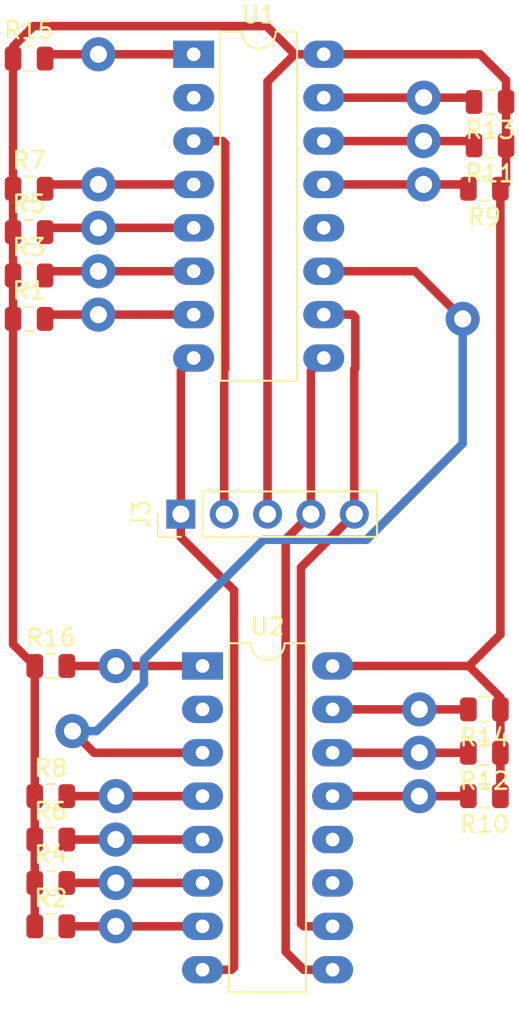
<source format=kicad_pcb>
(kicad_pcb (version 20171130) (host pcbnew 5.1.5)

  (general
    (thickness 1.6)
    (drawings 0)
    (tracks 128)
    (zones 0)
    (modules 19)
    (nets 28)
  )

  (page A4)
  (layers
    (0 F.Cu signal)
    (31 B.Cu signal)
    (32 B.Adhes user)
    (33 F.Adhes user)
    (34 B.Paste user)
    (35 F.Paste user)
    (36 B.SilkS user)
    (37 F.SilkS user)
    (38 B.Mask user)
    (39 F.Mask user)
    (40 Dwgs.User user)
    (41 Cmts.User user)
    (42 Eco1.User user)
    (43 Eco2.User user)
    (44 Edge.Cuts user)
    (45 Margin user)
    (46 B.CrtYd user)
    (47 F.CrtYd user)
    (48 B.Fab user)
    (49 F.Fab user)
  )

  (setup
    (last_trace_width 0.5)
    (trace_clearance 0.4)
    (zone_clearance 0.508)
    (zone_45_only no)
    (trace_min 0.2)
    (via_size 2)
    (via_drill 1)
    (via_min_size 0.4)
    (via_min_drill 0.3)
    (uvia_size 0.3)
    (uvia_drill 0.1)
    (uvias_allowed no)
    (uvia_min_size 0.2)
    (uvia_min_drill 0.1)
    (edge_width 0.05)
    (segment_width 0.2)
    (pcb_text_width 0.3)
    (pcb_text_size 1.5 1.5)
    (mod_edge_width 0.12)
    (mod_text_size 1 1)
    (mod_text_width 0.15)
    (pad_size 1.524 1.524)
    (pad_drill 0.762)
    (pad_to_mask_clearance 0.051)
    (solder_mask_min_width 0.25)
    (aux_axis_origin 0 0)
    (visible_elements FFFFFF7F)
    (pcbplotparams
      (layerselection 0x00000_7fffffff)
      (usegerberextensions false)
      (usegerberattributes false)
      (usegerberadvancedattributes false)
      (creategerberjobfile false)
      (excludeedgelayer true)
      (linewidth 0.100000)
      (plotframeref false)
      (viasonmask false)
      (mode 1)
      (useauxorigin false)
      (hpglpennumber 1)
      (hpglpenspeed 20)
      (hpglpendiameter 15.000000)
      (psnegative false)
      (psa4output false)
      (plotreference true)
      (plotvalue true)
      (plotinvisibletext false)
      (padsonsilk false)
      (subtractmaskfromsilk false)
      (outputformat 1)
      (mirror false)
      (drillshape 0)
      (scaleselection 1)
      (outputdirectory ""))
  )

  (net 0 "")
  (net 1 "Net-(J3-Pad5)")
  (net 2 "Net-(J3-Pad4)")
  (net 3 VCC)
  (net 4 "Net-(J3-Pad2)")
  (net 5 GND)
  (net 6 "Net-(J1-Pad8)")
  (net 7 "Net-(J2-Pad8)")
  (net 8 "Net-(J1-Pad7)")
  (net 9 "Net-(J2-Pad7)")
  (net 10 "Net-(J1-Pad6)")
  (net 11 "Net-(J2-Pad6)")
  (net 12 "Net-(J1-Pad5)")
  (net 13 "Net-(J2-Pad5)")
  (net 14 "Net-(J1-Pad4)")
  (net 15 "Net-(J2-Pad4)")
  (net 16 "Net-(J1-Pad3)")
  (net 17 "Net-(J2-Pad3)")
  (net 18 "Net-(J1-Pad2)")
  (net 19 "Net-(J2-Pad2)")
  (net 20 "Net-(J1-Pad1)")
  (net 21 "Net-(J2-Pad1)")
  (net 22 "Net-(U1-Pad12)")
  (net 23 "Net-(U1-Pad11)")
  (net 24 "Net-(U1-Pad2)")
  (net 25 "Net-(U2-Pad12)")
  (net 26 "Net-(U2-Pad2)")
  (net 27 "Net-(U2-Pad11)")

  (net_class Default "This is the default net class."
    (clearance 0.4)
    (trace_width 0.5)
    (via_dia 2)
    (via_drill 1)
    (uvia_dia 0.3)
    (uvia_drill 0.1)
    (add_net GND)
    (add_net "Net-(J1-Pad1)")
    (add_net "Net-(J1-Pad2)")
    (add_net "Net-(J1-Pad3)")
    (add_net "Net-(J1-Pad4)")
    (add_net "Net-(J1-Pad5)")
    (add_net "Net-(J1-Pad6)")
    (add_net "Net-(J1-Pad7)")
    (add_net "Net-(J1-Pad8)")
    (add_net "Net-(J2-Pad1)")
    (add_net "Net-(J2-Pad2)")
    (add_net "Net-(J2-Pad3)")
    (add_net "Net-(J2-Pad4)")
    (add_net "Net-(J2-Pad5)")
    (add_net "Net-(J2-Pad6)")
    (add_net "Net-(J2-Pad7)")
    (add_net "Net-(J2-Pad8)")
    (add_net "Net-(J3-Pad2)")
    (add_net "Net-(J3-Pad4)")
    (add_net "Net-(J3-Pad5)")
    (add_net "Net-(U1-Pad11)")
    (add_net "Net-(U1-Pad12)")
    (add_net "Net-(U1-Pad2)")
    (add_net "Net-(U2-Pad11)")
    (add_net "Net-(U2-Pad12)")
    (add_net "Net-(U2-Pad2)")
    (add_net VCC)
  )

  (module Package_DIP:DIP-16_W7.62mm_LongPads (layer F.Cu) (tedit 5A02E8C5) (tstamp 5EA7001A)
    (at 70.6 61.98)
    (descr "16-lead though-hole mounted DIP package, row spacing 7.62 mm (300 mils), LongPads")
    (tags "THT DIP DIL PDIP 2.54mm 7.62mm 300mil LongPads")
    (path /5EA61E78)
    (fp_text reference U1 (at 3.81 -2.33) (layer F.SilkS)
      (effects (font (size 1 1) (thickness 0.15)))
    )
    (fp_text value 4021 (at 3.81 20.11) (layer F.Fab)
      (effects (font (size 1 1) (thickness 0.15)))
    )
    (fp_text user %R (at 3.81 8.89) (layer F.Fab)
      (effects (font (size 1 1) (thickness 0.15)))
    )
    (fp_line (start 9.1 -1.55) (end -1.45 -1.55) (layer F.CrtYd) (width 0.05))
    (fp_line (start 9.1 19.3) (end 9.1 -1.55) (layer F.CrtYd) (width 0.05))
    (fp_line (start -1.45 19.3) (end 9.1 19.3) (layer F.CrtYd) (width 0.05))
    (fp_line (start -1.45 -1.55) (end -1.45 19.3) (layer F.CrtYd) (width 0.05))
    (fp_line (start 6.06 -1.33) (end 4.81 -1.33) (layer F.SilkS) (width 0.12))
    (fp_line (start 6.06 19.11) (end 6.06 -1.33) (layer F.SilkS) (width 0.12))
    (fp_line (start 1.56 19.11) (end 6.06 19.11) (layer F.SilkS) (width 0.12))
    (fp_line (start 1.56 -1.33) (end 1.56 19.11) (layer F.SilkS) (width 0.12))
    (fp_line (start 2.81 -1.33) (end 1.56 -1.33) (layer F.SilkS) (width 0.12))
    (fp_line (start 0.635 -0.27) (end 1.635 -1.27) (layer F.Fab) (width 0.1))
    (fp_line (start 0.635 19.05) (end 0.635 -0.27) (layer F.Fab) (width 0.1))
    (fp_line (start 6.985 19.05) (end 0.635 19.05) (layer F.Fab) (width 0.1))
    (fp_line (start 6.985 -1.27) (end 6.985 19.05) (layer F.Fab) (width 0.1))
    (fp_line (start 1.635 -1.27) (end 6.985 -1.27) (layer F.Fab) (width 0.1))
    (fp_arc (start 3.81 -1.33) (end 2.81 -1.33) (angle -180) (layer F.SilkS) (width 0.12))
    (pad 16 thru_hole oval (at 7.62 0) (size 2.4 1.6) (drill 0.8) (layers *.Cu *.Mask)
      (net 3 VCC))
    (pad 8 thru_hole oval (at 0 17.78) (size 2.4 1.6) (drill 0.8) (layers *.Cu *.Mask)
      (net 5 GND))
    (pad 15 thru_hole oval (at 7.62 2.54) (size 2.4 1.6) (drill 0.8) (layers *.Cu *.Mask)
      (net 18 "Net-(J1-Pad2)"))
    (pad 7 thru_hole oval (at 0 15.24) (size 2.4 1.6) (drill 0.8) (layers *.Cu *.Mask)
      (net 6 "Net-(J1-Pad8)"))
    (pad 14 thru_hole oval (at 7.62 5.08) (size 2.4 1.6) (drill 0.8) (layers *.Cu *.Mask)
      (net 16 "Net-(J1-Pad3)"))
    (pad 6 thru_hole oval (at 0 12.7) (size 2.4 1.6) (drill 0.8) (layers *.Cu *.Mask)
      (net 8 "Net-(J1-Pad7)"))
    (pad 13 thru_hole oval (at 7.62 7.62) (size 2.4 1.6) (drill 0.8) (layers *.Cu *.Mask)
      (net 14 "Net-(J1-Pad4)"))
    (pad 5 thru_hole oval (at 0 10.16) (size 2.4 1.6) (drill 0.8) (layers *.Cu *.Mask)
      (net 10 "Net-(J1-Pad6)"))
    (pad 12 thru_hole oval (at 7.62 10.16) (size 2.4 1.6) (drill 0.8) (layers *.Cu *.Mask)
      (net 22 "Net-(U1-Pad12)"))
    (pad 4 thru_hole oval (at 0 7.62) (size 2.4 1.6) (drill 0.8) (layers *.Cu *.Mask)
      (net 12 "Net-(J1-Pad5)"))
    (pad 11 thru_hole oval (at 7.62 12.7) (size 2.4 1.6) (drill 0.8) (layers *.Cu *.Mask)
      (net 23 "Net-(U1-Pad11)"))
    (pad 3 thru_hole oval (at 0 5.08) (size 2.4 1.6) (drill 0.8) (layers *.Cu *.Mask)
      (net 4 "Net-(J3-Pad2)"))
    (pad 10 thru_hole oval (at 7.62 15.24) (size 2.4 1.6) (drill 0.8) (layers *.Cu *.Mask)
      (net 1 "Net-(J3-Pad5)"))
    (pad 2 thru_hole oval (at 0 2.54) (size 2.4 1.6) (drill 0.8) (layers *.Cu *.Mask)
      (net 24 "Net-(U1-Pad2)"))
    (pad 9 thru_hole oval (at 7.62 17.78) (size 2.4 1.6) (drill 0.8) (layers *.Cu *.Mask)
      (net 2 "Net-(J3-Pad4)"))
    (pad 1 thru_hole rect (at 0 0) (size 2.4 1.6) (drill 0.8) (layers *.Cu *.Mask)
      (net 20 "Net-(J1-Pad1)"))
    (model ${KISYS3DMOD}/Package_DIP.3dshapes/DIP-16_W7.62mm.wrl
      (at (xyz 0 0 0))
      (scale (xyz 1 1 1))
      (rotate (xyz 0 0 0))
    )
  )

  (module Package_DIP:DIP-16_W7.62mm_LongPads (layer F.Cu) (tedit 5A02E8C5) (tstamp 5EA70389)
    (at 71.12 97.79)
    (descr "16-lead though-hole mounted DIP package, row spacing 7.62 mm (300 mils), LongPads")
    (tags "THT DIP DIL PDIP 2.54mm 7.62mm 300mil LongPads")
    (path /5EA62BB7)
    (fp_text reference U2 (at 3.81 -2.33) (layer F.SilkS)
      (effects (font (size 1 1) (thickness 0.15)))
    )
    (fp_text value 4021 (at 3.81 20.11) (layer F.Fab)
      (effects (font (size 1 1) (thickness 0.15)))
    )
    (fp_text user %R (at 3.81 8.89) (layer F.Fab)
      (effects (font (size 1 1) (thickness 0.15)))
    )
    (fp_line (start 9.1 -1.55) (end -1.45 -1.55) (layer F.CrtYd) (width 0.05))
    (fp_line (start 9.1 19.3) (end 9.1 -1.55) (layer F.CrtYd) (width 0.05))
    (fp_line (start -1.45 19.3) (end 9.1 19.3) (layer F.CrtYd) (width 0.05))
    (fp_line (start -1.45 -1.55) (end -1.45 19.3) (layer F.CrtYd) (width 0.05))
    (fp_line (start 6.06 -1.33) (end 4.81 -1.33) (layer F.SilkS) (width 0.12))
    (fp_line (start 6.06 19.11) (end 6.06 -1.33) (layer F.SilkS) (width 0.12))
    (fp_line (start 1.56 19.11) (end 6.06 19.11) (layer F.SilkS) (width 0.12))
    (fp_line (start 1.56 -1.33) (end 1.56 19.11) (layer F.SilkS) (width 0.12))
    (fp_line (start 2.81 -1.33) (end 1.56 -1.33) (layer F.SilkS) (width 0.12))
    (fp_line (start 0.635 -0.27) (end 1.635 -1.27) (layer F.Fab) (width 0.1))
    (fp_line (start 0.635 19.05) (end 0.635 -0.27) (layer F.Fab) (width 0.1))
    (fp_line (start 6.985 19.05) (end 0.635 19.05) (layer F.Fab) (width 0.1))
    (fp_line (start 6.985 -1.27) (end 6.985 19.05) (layer F.Fab) (width 0.1))
    (fp_line (start 1.635 -1.27) (end 6.985 -1.27) (layer F.Fab) (width 0.1))
    (fp_arc (start 3.81 -1.33) (end 2.81 -1.33) (angle -180) (layer F.SilkS) (width 0.12))
    (pad 16 thru_hole oval (at 7.62 0) (size 2.4 1.6) (drill 0.8) (layers *.Cu *.Mask)
      (net 3 VCC))
    (pad 8 thru_hole oval (at 0 17.78) (size 2.4 1.6) (drill 0.8) (layers *.Cu *.Mask)
      (net 5 GND))
    (pad 15 thru_hole oval (at 7.62 2.54) (size 2.4 1.6) (drill 0.8) (layers *.Cu *.Mask)
      (net 19 "Net-(J2-Pad2)"))
    (pad 7 thru_hole oval (at 0 15.24) (size 2.4 1.6) (drill 0.8) (layers *.Cu *.Mask)
      (net 7 "Net-(J2-Pad8)"))
    (pad 14 thru_hole oval (at 7.62 5.08) (size 2.4 1.6) (drill 0.8) (layers *.Cu *.Mask)
      (net 17 "Net-(J2-Pad3)"))
    (pad 6 thru_hole oval (at 0 12.7) (size 2.4 1.6) (drill 0.8) (layers *.Cu *.Mask)
      (net 9 "Net-(J2-Pad7)"))
    (pad 13 thru_hole oval (at 7.62 7.62) (size 2.4 1.6) (drill 0.8) (layers *.Cu *.Mask)
      (net 15 "Net-(J2-Pad4)"))
    (pad 5 thru_hole oval (at 0 10.16) (size 2.4 1.6) (drill 0.8) (layers *.Cu *.Mask)
      (net 11 "Net-(J2-Pad6)"))
    (pad 12 thru_hole oval (at 7.62 10.16) (size 2.4 1.6) (drill 0.8) (layers *.Cu *.Mask)
      (net 25 "Net-(U2-Pad12)"))
    (pad 4 thru_hole oval (at 0 7.62) (size 2.4 1.6) (drill 0.8) (layers *.Cu *.Mask)
      (net 13 "Net-(J2-Pad5)"))
    (pad 11 thru_hole oval (at 7.62 12.7) (size 2.4 1.6) (drill 0.8) (layers *.Cu *.Mask)
      (net 27 "Net-(U2-Pad11)"))
    (pad 3 thru_hole oval (at 0 5.08) (size 2.4 1.6) (drill 0.8) (layers *.Cu *.Mask)
      (net 23 "Net-(U1-Pad11)"))
    (pad 10 thru_hole oval (at 7.62 15.24) (size 2.4 1.6) (drill 0.8) (layers *.Cu *.Mask)
      (net 1 "Net-(J3-Pad5)"))
    (pad 2 thru_hole oval (at 0 2.54) (size 2.4 1.6) (drill 0.8) (layers *.Cu *.Mask)
      (net 26 "Net-(U2-Pad2)"))
    (pad 9 thru_hole oval (at 7.62 17.78) (size 2.4 1.6) (drill 0.8) (layers *.Cu *.Mask)
      (net 2 "Net-(J3-Pad4)"))
    (pad 1 thru_hole rect (at 0 0) (size 2.4 1.6) (drill 0.8) (layers *.Cu *.Mask)
      (net 21 "Net-(J2-Pad1)"))
    (model ${KISYS3DMOD}/Package_DIP.3dshapes/DIP-16_W7.62mm.wrl
      (at (xyz 0 0 0))
      (scale (xyz 1 1 1))
      (rotate (xyz 0 0 0))
    )
  )

  (module Resistor_SMD:R_0805_2012Metric (layer F.Cu) (tedit 5B36C52B) (tstamp 5EA6FFF6)
    (at 62.23 97.79)
    (descr "Resistor SMD 0805 (2012 Metric), square (rectangular) end terminal, IPC_7351 nominal, (Body size source: https://docs.google.com/spreadsheets/d/1BsfQQcO9C6DZCsRaXUlFlo91Tg2WpOkGARC1WS5S8t0/edit?usp=sharing), generated with kicad-footprint-generator")
    (tags resistor)
    (path /5EA95779)
    (attr smd)
    (fp_text reference R16 (at 0 -1.65) (layer F.SilkS)
      (effects (font (size 1 1) (thickness 0.15)))
    )
    (fp_text value R (at 0 1.65) (layer F.Fab)
      (effects (font (size 1 1) (thickness 0.15)))
    )
    (fp_text user %R (at 0 0) (layer F.Fab)
      (effects (font (size 0.5 0.5) (thickness 0.08)))
    )
    (fp_line (start 1.68 0.95) (end -1.68 0.95) (layer F.CrtYd) (width 0.05))
    (fp_line (start 1.68 -0.95) (end 1.68 0.95) (layer F.CrtYd) (width 0.05))
    (fp_line (start -1.68 -0.95) (end 1.68 -0.95) (layer F.CrtYd) (width 0.05))
    (fp_line (start -1.68 0.95) (end -1.68 -0.95) (layer F.CrtYd) (width 0.05))
    (fp_line (start -0.258578 0.71) (end 0.258578 0.71) (layer F.SilkS) (width 0.12))
    (fp_line (start -0.258578 -0.71) (end 0.258578 -0.71) (layer F.SilkS) (width 0.12))
    (fp_line (start 1 0.6) (end -1 0.6) (layer F.Fab) (width 0.1))
    (fp_line (start 1 -0.6) (end 1 0.6) (layer F.Fab) (width 0.1))
    (fp_line (start -1 -0.6) (end 1 -0.6) (layer F.Fab) (width 0.1))
    (fp_line (start -1 0.6) (end -1 -0.6) (layer F.Fab) (width 0.1))
    (pad 2 smd roundrect (at 0.9375 0) (size 0.975 1.4) (layers F.Cu F.Paste F.Mask) (roundrect_rratio 0.25)
      (net 21 "Net-(J2-Pad1)"))
    (pad 1 smd roundrect (at -0.9375 0) (size 0.975 1.4) (layers F.Cu F.Paste F.Mask) (roundrect_rratio 0.25)
      (net 3 VCC))
    (model ${KISYS3DMOD}/Resistor_SMD.3dshapes/R_0805_2012Metric.wrl
      (at (xyz 0 0 0))
      (scale (xyz 1 1 1))
      (rotate (xyz 0 0 0))
    )
  )

  (module Resistor_SMD:R_0805_2012Metric (layer F.Cu) (tedit 5B36C52B) (tstamp 5EA6FFE5)
    (at 60.96 62.23)
    (descr "Resistor SMD 0805 (2012 Metric), square (rectangular) end terminal, IPC_7351 nominal, (Body size source: https://docs.google.com/spreadsheets/d/1BsfQQcO9C6DZCsRaXUlFlo91Tg2WpOkGARC1WS5S8t0/edit?usp=sharing), generated with kicad-footprint-generator")
    (tags resistor)
    (path /5EA7F455)
    (attr smd)
    (fp_text reference R15 (at 0 -1.65) (layer F.SilkS)
      (effects (font (size 1 1) (thickness 0.15)))
    )
    (fp_text value R (at 0 1.65) (layer F.Fab)
      (effects (font (size 1 1) (thickness 0.15)))
    )
    (fp_text user %R (at 0 0) (layer F.Fab)
      (effects (font (size 0.5 0.5) (thickness 0.08)))
    )
    (fp_line (start 1.68 0.95) (end -1.68 0.95) (layer F.CrtYd) (width 0.05))
    (fp_line (start 1.68 -0.95) (end 1.68 0.95) (layer F.CrtYd) (width 0.05))
    (fp_line (start -1.68 -0.95) (end 1.68 -0.95) (layer F.CrtYd) (width 0.05))
    (fp_line (start -1.68 0.95) (end -1.68 -0.95) (layer F.CrtYd) (width 0.05))
    (fp_line (start -0.258578 0.71) (end 0.258578 0.71) (layer F.SilkS) (width 0.12))
    (fp_line (start -0.258578 -0.71) (end 0.258578 -0.71) (layer F.SilkS) (width 0.12))
    (fp_line (start 1 0.6) (end -1 0.6) (layer F.Fab) (width 0.1))
    (fp_line (start 1 -0.6) (end 1 0.6) (layer F.Fab) (width 0.1))
    (fp_line (start -1 -0.6) (end 1 -0.6) (layer F.Fab) (width 0.1))
    (fp_line (start -1 0.6) (end -1 -0.6) (layer F.Fab) (width 0.1))
    (pad 2 smd roundrect (at 0.9375 0) (size 0.975 1.4) (layers F.Cu F.Paste F.Mask) (roundrect_rratio 0.25)
      (net 20 "Net-(J1-Pad1)"))
    (pad 1 smd roundrect (at -0.9375 0) (size 0.975 1.4) (layers F.Cu F.Paste F.Mask) (roundrect_rratio 0.25)
      (net 3 VCC))
    (model ${KISYS3DMOD}/Resistor_SMD.3dshapes/R_0805_2012Metric.wrl
      (at (xyz 0 0 0))
      (scale (xyz 1 1 1))
      (rotate (xyz 0 0 0))
    )
  )

  (module Resistor_SMD:R_0805_2012Metric (layer F.Cu) (tedit 5B36C52B) (tstamp 5EA6FFD4)
    (at 87.63 100.33 180)
    (descr "Resistor SMD 0805 (2012 Metric), square (rectangular) end terminal, IPC_7351 nominal, (Body size source: https://docs.google.com/spreadsheets/d/1BsfQQcO9C6DZCsRaXUlFlo91Tg2WpOkGARC1WS5S8t0/edit?usp=sharing), generated with kicad-footprint-generator")
    (tags resistor)
    (path /5EA95780)
    (attr smd)
    (fp_text reference R14 (at 0 -1.65) (layer F.SilkS)
      (effects (font (size 1 1) (thickness 0.15)))
    )
    (fp_text value R (at 0 1.65) (layer F.Fab)
      (effects (font (size 1 1) (thickness 0.15)))
    )
    (fp_text user %R (at 0 0) (layer F.Fab)
      (effects (font (size 0.5 0.5) (thickness 0.08)))
    )
    (fp_line (start 1.68 0.95) (end -1.68 0.95) (layer F.CrtYd) (width 0.05))
    (fp_line (start 1.68 -0.95) (end 1.68 0.95) (layer F.CrtYd) (width 0.05))
    (fp_line (start -1.68 -0.95) (end 1.68 -0.95) (layer F.CrtYd) (width 0.05))
    (fp_line (start -1.68 0.95) (end -1.68 -0.95) (layer F.CrtYd) (width 0.05))
    (fp_line (start -0.258578 0.71) (end 0.258578 0.71) (layer F.SilkS) (width 0.12))
    (fp_line (start -0.258578 -0.71) (end 0.258578 -0.71) (layer F.SilkS) (width 0.12))
    (fp_line (start 1 0.6) (end -1 0.6) (layer F.Fab) (width 0.1))
    (fp_line (start 1 -0.6) (end 1 0.6) (layer F.Fab) (width 0.1))
    (fp_line (start -1 -0.6) (end 1 -0.6) (layer F.Fab) (width 0.1))
    (fp_line (start -1 0.6) (end -1 -0.6) (layer F.Fab) (width 0.1))
    (pad 2 smd roundrect (at 0.9375 0 180) (size 0.975 1.4) (layers F.Cu F.Paste F.Mask) (roundrect_rratio 0.25)
      (net 19 "Net-(J2-Pad2)"))
    (pad 1 smd roundrect (at -0.9375 0 180) (size 0.975 1.4) (layers F.Cu F.Paste F.Mask) (roundrect_rratio 0.25)
      (net 3 VCC))
    (model ${KISYS3DMOD}/Resistor_SMD.3dshapes/R_0805_2012Metric.wrl
      (at (xyz 0 0 0))
      (scale (xyz 1 1 1))
      (rotate (xyz 0 0 0))
    )
  )

  (module Resistor_SMD:R_0805_2012Metric (layer F.Cu) (tedit 5B36C52B) (tstamp 5EA70B14)
    (at 87.9625 64.77 180)
    (descr "Resistor SMD 0805 (2012 Metric), square (rectangular) end terminal, IPC_7351 nominal, (Body size source: https://docs.google.com/spreadsheets/d/1BsfQQcO9C6DZCsRaXUlFlo91Tg2WpOkGARC1WS5S8t0/edit?usp=sharing), generated with kicad-footprint-generator")
    (tags resistor)
    (path /5EA80F90)
    (attr smd)
    (fp_text reference R13 (at 0 -1.65) (layer F.SilkS)
      (effects (font (size 1 1) (thickness 0.15)))
    )
    (fp_text value R (at 0 1.65) (layer F.Fab)
      (effects (font (size 1 1) (thickness 0.15)))
    )
    (fp_text user %R (at 0 0) (layer F.Fab)
      (effects (font (size 0.5 0.5) (thickness 0.08)))
    )
    (fp_line (start 1.68 0.95) (end -1.68 0.95) (layer F.CrtYd) (width 0.05))
    (fp_line (start 1.68 -0.95) (end 1.68 0.95) (layer F.CrtYd) (width 0.05))
    (fp_line (start -1.68 -0.95) (end 1.68 -0.95) (layer F.CrtYd) (width 0.05))
    (fp_line (start -1.68 0.95) (end -1.68 -0.95) (layer F.CrtYd) (width 0.05))
    (fp_line (start -0.258578 0.71) (end 0.258578 0.71) (layer F.SilkS) (width 0.12))
    (fp_line (start -0.258578 -0.71) (end 0.258578 -0.71) (layer F.SilkS) (width 0.12))
    (fp_line (start 1 0.6) (end -1 0.6) (layer F.Fab) (width 0.1))
    (fp_line (start 1 -0.6) (end 1 0.6) (layer F.Fab) (width 0.1))
    (fp_line (start -1 -0.6) (end 1 -0.6) (layer F.Fab) (width 0.1))
    (fp_line (start -1 0.6) (end -1 -0.6) (layer F.Fab) (width 0.1))
    (pad 2 smd roundrect (at 0.9375 0 180) (size 0.975 1.4) (layers F.Cu F.Paste F.Mask) (roundrect_rratio 0.25)
      (net 18 "Net-(J1-Pad2)"))
    (pad 1 smd roundrect (at -0.9375 0 180) (size 0.975 1.4) (layers F.Cu F.Paste F.Mask) (roundrect_rratio 0.25)
      (net 3 VCC))
    (model ${KISYS3DMOD}/Resistor_SMD.3dshapes/R_0805_2012Metric.wrl
      (at (xyz 0 0 0))
      (scale (xyz 1 1 1))
      (rotate (xyz 0 0 0))
    )
  )

  (module Resistor_SMD:R_0805_2012Metric (layer F.Cu) (tedit 5B36C52B) (tstamp 5EA705FC)
    (at 87.63 102.87 180)
    (descr "Resistor SMD 0805 (2012 Metric), square (rectangular) end terminal, IPC_7351 nominal, (Body size source: https://docs.google.com/spreadsheets/d/1BsfQQcO9C6DZCsRaXUlFlo91Tg2WpOkGARC1WS5S8t0/edit?usp=sharing), generated with kicad-footprint-generator")
    (tags resistor)
    (path /5EA95786)
    (attr smd)
    (fp_text reference R12 (at 0 -1.65) (layer F.SilkS)
      (effects (font (size 1 1) (thickness 0.15)))
    )
    (fp_text value R (at 0 1.65) (layer F.Fab)
      (effects (font (size 1 1) (thickness 0.15)))
    )
    (fp_text user %R (at 0 0) (layer F.Fab)
      (effects (font (size 0.5 0.5) (thickness 0.08)))
    )
    (fp_line (start 1.68 0.95) (end -1.68 0.95) (layer F.CrtYd) (width 0.05))
    (fp_line (start 1.68 -0.95) (end 1.68 0.95) (layer F.CrtYd) (width 0.05))
    (fp_line (start -1.68 -0.95) (end 1.68 -0.95) (layer F.CrtYd) (width 0.05))
    (fp_line (start -1.68 0.95) (end -1.68 -0.95) (layer F.CrtYd) (width 0.05))
    (fp_line (start -0.258578 0.71) (end 0.258578 0.71) (layer F.SilkS) (width 0.12))
    (fp_line (start -0.258578 -0.71) (end 0.258578 -0.71) (layer F.SilkS) (width 0.12))
    (fp_line (start 1 0.6) (end -1 0.6) (layer F.Fab) (width 0.1))
    (fp_line (start 1 -0.6) (end 1 0.6) (layer F.Fab) (width 0.1))
    (fp_line (start -1 -0.6) (end 1 -0.6) (layer F.Fab) (width 0.1))
    (fp_line (start -1 0.6) (end -1 -0.6) (layer F.Fab) (width 0.1))
    (pad 2 smd roundrect (at 0.9375 0 180) (size 0.975 1.4) (layers F.Cu F.Paste F.Mask) (roundrect_rratio 0.25)
      (net 17 "Net-(J2-Pad3)"))
    (pad 1 smd roundrect (at -0.9375 0 180) (size 0.975 1.4) (layers F.Cu F.Paste F.Mask) (roundrect_rratio 0.25)
      (net 3 VCC))
    (model ${KISYS3DMOD}/Resistor_SMD.3dshapes/R_0805_2012Metric.wrl
      (at (xyz 0 0 0))
      (scale (xyz 1 1 1))
      (rotate (xyz 0 0 0))
    )
  )

  (module Resistor_SMD:R_0805_2012Metric (layer F.Cu) (tedit 5B36C52B) (tstamp 5EA709BF)
    (at 87.9625 67.31 180)
    (descr "Resistor SMD 0805 (2012 Metric), square (rectangular) end terminal, IPC_7351 nominal, (Body size source: https://docs.google.com/spreadsheets/d/1BsfQQcO9C6DZCsRaXUlFlo91Tg2WpOkGARC1WS5S8t0/edit?usp=sharing), generated with kicad-footprint-generator")
    (tags resistor)
    (path /5EA8147E)
    (attr smd)
    (fp_text reference R11 (at 0 -1.65) (layer F.SilkS)
      (effects (font (size 1 1) (thickness 0.15)))
    )
    (fp_text value R (at 0 1.65) (layer F.Fab)
      (effects (font (size 1 1) (thickness 0.15)))
    )
    (fp_text user %R (at 0 0) (layer F.Fab)
      (effects (font (size 0.5 0.5) (thickness 0.08)))
    )
    (fp_line (start 1.68 0.95) (end -1.68 0.95) (layer F.CrtYd) (width 0.05))
    (fp_line (start 1.68 -0.95) (end 1.68 0.95) (layer F.CrtYd) (width 0.05))
    (fp_line (start -1.68 -0.95) (end 1.68 -0.95) (layer F.CrtYd) (width 0.05))
    (fp_line (start -1.68 0.95) (end -1.68 -0.95) (layer F.CrtYd) (width 0.05))
    (fp_line (start -0.258578 0.71) (end 0.258578 0.71) (layer F.SilkS) (width 0.12))
    (fp_line (start -0.258578 -0.71) (end 0.258578 -0.71) (layer F.SilkS) (width 0.12))
    (fp_line (start 1 0.6) (end -1 0.6) (layer F.Fab) (width 0.1))
    (fp_line (start 1 -0.6) (end 1 0.6) (layer F.Fab) (width 0.1))
    (fp_line (start -1 -0.6) (end 1 -0.6) (layer F.Fab) (width 0.1))
    (fp_line (start -1 0.6) (end -1 -0.6) (layer F.Fab) (width 0.1))
    (pad 2 smd roundrect (at 0.9375 0 180) (size 0.975 1.4) (layers F.Cu F.Paste F.Mask) (roundrect_rratio 0.25)
      (net 16 "Net-(J1-Pad3)"))
    (pad 1 smd roundrect (at -0.9375 0 180) (size 0.975 1.4) (layers F.Cu F.Paste F.Mask) (roundrect_rratio 0.25)
      (net 3 VCC))
    (model ${KISYS3DMOD}/Resistor_SMD.3dshapes/R_0805_2012Metric.wrl
      (at (xyz 0 0 0))
      (scale (xyz 1 1 1))
      (rotate (xyz 0 0 0))
    )
  )

  (module Resistor_SMD:R_0805_2012Metric (layer F.Cu) (tedit 5B36C52B) (tstamp 5EA6FF90)
    (at 87.63 105.41 180)
    (descr "Resistor SMD 0805 (2012 Metric), square (rectangular) end terminal, IPC_7351 nominal, (Body size source: https://docs.google.com/spreadsheets/d/1BsfQQcO9C6DZCsRaXUlFlo91Tg2WpOkGARC1WS5S8t0/edit?usp=sharing), generated with kicad-footprint-generator")
    (tags resistor)
    (path /5EA9579E)
    (attr smd)
    (fp_text reference R10 (at 0 -1.65) (layer F.SilkS)
      (effects (font (size 1 1) (thickness 0.15)))
    )
    (fp_text value R (at 0 1.65) (layer F.Fab)
      (effects (font (size 1 1) (thickness 0.15)))
    )
    (fp_text user %R (at 0 0) (layer F.Fab)
      (effects (font (size 0.5 0.5) (thickness 0.08)))
    )
    (fp_line (start 1.68 0.95) (end -1.68 0.95) (layer F.CrtYd) (width 0.05))
    (fp_line (start 1.68 -0.95) (end 1.68 0.95) (layer F.CrtYd) (width 0.05))
    (fp_line (start -1.68 -0.95) (end 1.68 -0.95) (layer F.CrtYd) (width 0.05))
    (fp_line (start -1.68 0.95) (end -1.68 -0.95) (layer F.CrtYd) (width 0.05))
    (fp_line (start -0.258578 0.71) (end 0.258578 0.71) (layer F.SilkS) (width 0.12))
    (fp_line (start -0.258578 -0.71) (end 0.258578 -0.71) (layer F.SilkS) (width 0.12))
    (fp_line (start 1 0.6) (end -1 0.6) (layer F.Fab) (width 0.1))
    (fp_line (start 1 -0.6) (end 1 0.6) (layer F.Fab) (width 0.1))
    (fp_line (start -1 -0.6) (end 1 -0.6) (layer F.Fab) (width 0.1))
    (fp_line (start -1 0.6) (end -1 -0.6) (layer F.Fab) (width 0.1))
    (pad 2 smd roundrect (at 0.9375 0 180) (size 0.975 1.4) (layers F.Cu F.Paste F.Mask) (roundrect_rratio 0.25)
      (net 15 "Net-(J2-Pad4)"))
    (pad 1 smd roundrect (at -0.9375 0 180) (size 0.975 1.4) (layers F.Cu F.Paste F.Mask) (roundrect_rratio 0.25)
      (net 3 VCC))
    (model ${KISYS3DMOD}/Resistor_SMD.3dshapes/R_0805_2012Metric.wrl
      (at (xyz 0 0 0))
      (scale (xyz 1 1 1))
      (rotate (xyz 0 0 0))
    )
  )

  (module Resistor_SMD:R_0805_2012Metric (layer F.Cu) (tedit 5B36C52B) (tstamp 5EA70F62)
    (at 87.63 69.85 180)
    (descr "Resistor SMD 0805 (2012 Metric), square (rectangular) end terminal, IPC_7351 nominal, (Body size source: https://docs.google.com/spreadsheets/d/1BsfQQcO9C6DZCsRaXUlFlo91Tg2WpOkGARC1WS5S8t0/edit?usp=sharing), generated with kicad-footprint-generator")
    (tags resistor)
    (path /5EA83B5A)
    (attr smd)
    (fp_text reference R9 (at 0 -1.65) (layer F.SilkS)
      (effects (font (size 1 1) (thickness 0.15)))
    )
    (fp_text value R (at 0 1.65) (layer F.Fab)
      (effects (font (size 1 1) (thickness 0.15)))
    )
    (fp_line (start -1 0.6) (end -1 -0.6) (layer F.Fab) (width 0.1))
    (fp_line (start -1 -0.6) (end 1 -0.6) (layer F.Fab) (width 0.1))
    (fp_line (start 1 -0.6) (end 1 0.6) (layer F.Fab) (width 0.1))
    (fp_line (start 1 0.6) (end -1 0.6) (layer F.Fab) (width 0.1))
    (fp_line (start -0.258578 -0.71) (end 0.258578 -0.71) (layer F.SilkS) (width 0.12))
    (fp_line (start -0.258578 0.71) (end 0.258578 0.71) (layer F.SilkS) (width 0.12))
    (fp_line (start -1.68 0.95) (end -1.68 -0.95) (layer F.CrtYd) (width 0.05))
    (fp_line (start -1.68 -0.95) (end 1.68 -0.95) (layer F.CrtYd) (width 0.05))
    (fp_line (start 1.68 -0.95) (end 1.68 0.95) (layer F.CrtYd) (width 0.05))
    (fp_line (start 1.68 0.95) (end -1.68 0.95) (layer F.CrtYd) (width 0.05))
    (fp_text user %R (at 0 0) (layer F.Fab)
      (effects (font (size 0.5 0.5) (thickness 0.08)))
    )
    (pad 1 smd roundrect (at -0.9375 0 180) (size 0.975 1.4) (layers F.Cu F.Paste F.Mask) (roundrect_rratio 0.25)
      (net 3 VCC))
    (pad 2 smd roundrect (at 0.9375 0 180) (size 0.975 1.4) (layers F.Cu F.Paste F.Mask) (roundrect_rratio 0.25)
      (net 14 "Net-(J1-Pad4)"))
    (model ${KISYS3DMOD}/Resistor_SMD.3dshapes/R_0805_2012Metric.wrl
      (at (xyz 0 0 0))
      (scale (xyz 1 1 1))
      (rotate (xyz 0 0 0))
    )
  )

  (module Resistor_SMD:R_0805_2012Metric (layer F.Cu) (tedit 5B36C52B) (tstamp 5EA6FF6E)
    (at 62.23 105.41)
    (descr "Resistor SMD 0805 (2012 Metric), square (rectangular) end terminal, IPC_7351 nominal, (Body size source: https://docs.google.com/spreadsheets/d/1BsfQQcO9C6DZCsRaXUlFlo91Tg2WpOkGARC1WS5S8t0/edit?usp=sharing), generated with kicad-footprint-generator")
    (tags resistor)
    (path /5EA9578C)
    (attr smd)
    (fp_text reference R8 (at 0 -1.65) (layer F.SilkS)
      (effects (font (size 1 1) (thickness 0.15)))
    )
    (fp_text value R (at 0 1.65) (layer F.Fab)
      (effects (font (size 1 1) (thickness 0.15)))
    )
    (fp_text user %R (at 0 0) (layer F.Fab)
      (effects (font (size 0.5 0.5) (thickness 0.08)))
    )
    (fp_line (start 1.68 0.95) (end -1.68 0.95) (layer F.CrtYd) (width 0.05))
    (fp_line (start 1.68 -0.95) (end 1.68 0.95) (layer F.CrtYd) (width 0.05))
    (fp_line (start -1.68 -0.95) (end 1.68 -0.95) (layer F.CrtYd) (width 0.05))
    (fp_line (start -1.68 0.95) (end -1.68 -0.95) (layer F.CrtYd) (width 0.05))
    (fp_line (start -0.258578 0.71) (end 0.258578 0.71) (layer F.SilkS) (width 0.12))
    (fp_line (start -0.258578 -0.71) (end 0.258578 -0.71) (layer F.SilkS) (width 0.12))
    (fp_line (start 1 0.6) (end -1 0.6) (layer F.Fab) (width 0.1))
    (fp_line (start 1 -0.6) (end 1 0.6) (layer F.Fab) (width 0.1))
    (fp_line (start -1 -0.6) (end 1 -0.6) (layer F.Fab) (width 0.1))
    (fp_line (start -1 0.6) (end -1 -0.6) (layer F.Fab) (width 0.1))
    (pad 2 smd roundrect (at 0.9375 0) (size 0.975 1.4) (layers F.Cu F.Paste F.Mask) (roundrect_rratio 0.25)
      (net 13 "Net-(J2-Pad5)"))
    (pad 1 smd roundrect (at -0.9375 0) (size 0.975 1.4) (layers F.Cu F.Paste F.Mask) (roundrect_rratio 0.25)
      (net 3 VCC))
    (model ${KISYS3DMOD}/Resistor_SMD.3dshapes/R_0805_2012Metric.wrl
      (at (xyz 0 0 0))
      (scale (xyz 1 1 1))
      (rotate (xyz 0 0 0))
    )
  )

  (module Resistor_SMD:R_0805_2012Metric (layer F.Cu) (tedit 5B36C52B) (tstamp 5EA6FF5D)
    (at 60.96 69.85)
    (descr "Resistor SMD 0805 (2012 Metric), square (rectangular) end terminal, IPC_7351 nominal, (Body size source: https://docs.google.com/spreadsheets/d/1BsfQQcO9C6DZCsRaXUlFlo91Tg2WpOkGARC1WS5S8t0/edit?usp=sharing), generated with kicad-footprint-generator")
    (tags resistor)
    (path /5EA81723)
    (attr smd)
    (fp_text reference R7 (at 0 -1.65) (layer F.SilkS)
      (effects (font (size 1 1) (thickness 0.15)))
    )
    (fp_text value R (at 0 1.65) (layer F.Fab)
      (effects (font (size 1 1) (thickness 0.15)))
    )
    (fp_text user %R (at 0 0) (layer F.Fab)
      (effects (font (size 0.5 0.5) (thickness 0.08)))
    )
    (fp_line (start 1.68 0.95) (end -1.68 0.95) (layer F.CrtYd) (width 0.05))
    (fp_line (start 1.68 -0.95) (end 1.68 0.95) (layer F.CrtYd) (width 0.05))
    (fp_line (start -1.68 -0.95) (end 1.68 -0.95) (layer F.CrtYd) (width 0.05))
    (fp_line (start -1.68 0.95) (end -1.68 -0.95) (layer F.CrtYd) (width 0.05))
    (fp_line (start -0.258578 0.71) (end 0.258578 0.71) (layer F.SilkS) (width 0.12))
    (fp_line (start -0.258578 -0.71) (end 0.258578 -0.71) (layer F.SilkS) (width 0.12))
    (fp_line (start 1 0.6) (end -1 0.6) (layer F.Fab) (width 0.1))
    (fp_line (start 1 -0.6) (end 1 0.6) (layer F.Fab) (width 0.1))
    (fp_line (start -1 -0.6) (end 1 -0.6) (layer F.Fab) (width 0.1))
    (fp_line (start -1 0.6) (end -1 -0.6) (layer F.Fab) (width 0.1))
    (pad 2 smd roundrect (at 0.9375 0) (size 0.975 1.4) (layers F.Cu F.Paste F.Mask) (roundrect_rratio 0.25)
      (net 12 "Net-(J1-Pad5)"))
    (pad 1 smd roundrect (at -0.9375 0) (size 0.975 1.4) (layers F.Cu F.Paste F.Mask) (roundrect_rratio 0.25)
      (net 3 VCC))
    (model ${KISYS3DMOD}/Resistor_SMD.3dshapes/R_0805_2012Metric.wrl
      (at (xyz 0 0 0))
      (scale (xyz 1 1 1))
      (rotate (xyz 0 0 0))
    )
  )

  (module Resistor_SMD:R_0805_2012Metric (layer F.Cu) (tedit 5B36C52B) (tstamp 5EA6FF4C)
    (at 62.23 107.95)
    (descr "Resistor SMD 0805 (2012 Metric), square (rectangular) end terminal, IPC_7351 nominal, (Body size source: https://docs.google.com/spreadsheets/d/1BsfQQcO9C6DZCsRaXUlFlo91Tg2WpOkGARC1WS5S8t0/edit?usp=sharing), generated with kicad-footprint-generator")
    (tags resistor)
    (path /5EA95792)
    (attr smd)
    (fp_text reference R6 (at 0 -1.65) (layer F.SilkS)
      (effects (font (size 1 1) (thickness 0.15)))
    )
    (fp_text value R (at 0 1.65) (layer F.Fab)
      (effects (font (size 1 1) (thickness 0.15)))
    )
    (fp_text user %R (at 0 0) (layer F.Fab)
      (effects (font (size 0.5 0.5) (thickness 0.08)))
    )
    (fp_line (start 1.68 0.95) (end -1.68 0.95) (layer F.CrtYd) (width 0.05))
    (fp_line (start 1.68 -0.95) (end 1.68 0.95) (layer F.CrtYd) (width 0.05))
    (fp_line (start -1.68 -0.95) (end 1.68 -0.95) (layer F.CrtYd) (width 0.05))
    (fp_line (start -1.68 0.95) (end -1.68 -0.95) (layer F.CrtYd) (width 0.05))
    (fp_line (start -0.258578 0.71) (end 0.258578 0.71) (layer F.SilkS) (width 0.12))
    (fp_line (start -0.258578 -0.71) (end 0.258578 -0.71) (layer F.SilkS) (width 0.12))
    (fp_line (start 1 0.6) (end -1 0.6) (layer F.Fab) (width 0.1))
    (fp_line (start 1 -0.6) (end 1 0.6) (layer F.Fab) (width 0.1))
    (fp_line (start -1 -0.6) (end 1 -0.6) (layer F.Fab) (width 0.1))
    (fp_line (start -1 0.6) (end -1 -0.6) (layer F.Fab) (width 0.1))
    (pad 2 smd roundrect (at 0.9375 0) (size 0.975 1.4) (layers F.Cu F.Paste F.Mask) (roundrect_rratio 0.25)
      (net 11 "Net-(J2-Pad6)"))
    (pad 1 smd roundrect (at -0.9375 0) (size 0.975 1.4) (layers F.Cu F.Paste F.Mask) (roundrect_rratio 0.25)
      (net 3 VCC))
    (model ${KISYS3DMOD}/Resistor_SMD.3dshapes/R_0805_2012Metric.wrl
      (at (xyz 0 0 0))
      (scale (xyz 1 1 1))
      (rotate (xyz 0 0 0))
    )
  )

  (module Resistor_SMD:R_0805_2012Metric (layer F.Cu) (tedit 5B36C52B) (tstamp 5EA706D1)
    (at 60.96 72.39)
    (descr "Resistor SMD 0805 (2012 Metric), square (rectangular) end terminal, IPC_7351 nominal, (Body size source: https://docs.google.com/spreadsheets/d/1BsfQQcO9C6DZCsRaXUlFlo91Tg2WpOkGARC1WS5S8t0/edit?usp=sharing), generated with kicad-footprint-generator")
    (tags resistor)
    (path /5EA81956)
    (attr smd)
    (fp_text reference R5 (at 0 -1.65) (layer F.SilkS)
      (effects (font (size 1 1) (thickness 0.15)))
    )
    (fp_text value R (at 0 1.65) (layer F.Fab)
      (effects (font (size 1 1) (thickness 0.15)))
    )
    (fp_text user %R (at 0 0) (layer F.Fab)
      (effects (font (size 0.5 0.5) (thickness 0.08)))
    )
    (fp_line (start 1.68 0.95) (end -1.68 0.95) (layer F.CrtYd) (width 0.05))
    (fp_line (start 1.68 -0.95) (end 1.68 0.95) (layer F.CrtYd) (width 0.05))
    (fp_line (start -1.68 -0.95) (end 1.68 -0.95) (layer F.CrtYd) (width 0.05))
    (fp_line (start -1.68 0.95) (end -1.68 -0.95) (layer F.CrtYd) (width 0.05))
    (fp_line (start -0.258578 0.71) (end 0.258578 0.71) (layer F.SilkS) (width 0.12))
    (fp_line (start -0.258578 -0.71) (end 0.258578 -0.71) (layer F.SilkS) (width 0.12))
    (fp_line (start 1 0.6) (end -1 0.6) (layer F.Fab) (width 0.1))
    (fp_line (start 1 -0.6) (end 1 0.6) (layer F.Fab) (width 0.1))
    (fp_line (start -1 -0.6) (end 1 -0.6) (layer F.Fab) (width 0.1))
    (fp_line (start -1 0.6) (end -1 -0.6) (layer F.Fab) (width 0.1))
    (pad 2 smd roundrect (at 0.9375 0) (size 0.975 1.4) (layers F.Cu F.Paste F.Mask) (roundrect_rratio 0.25)
      (net 10 "Net-(J1-Pad6)"))
    (pad 1 smd roundrect (at -0.9375 0) (size 0.975 1.4) (layers F.Cu F.Paste F.Mask) (roundrect_rratio 0.25)
      (net 3 VCC))
    (model ${KISYS3DMOD}/Resistor_SMD.3dshapes/R_0805_2012Metric.wrl
      (at (xyz 0 0 0))
      (scale (xyz 1 1 1))
      (rotate (xyz 0 0 0))
    )
  )

  (module Resistor_SMD:R_0805_2012Metric (layer F.Cu) (tedit 5B36C52B) (tstamp 5EA70527)
    (at 62.23 110.49)
    (descr "Resistor SMD 0805 (2012 Metric), square (rectangular) end terminal, IPC_7351 nominal, (Body size source: https://docs.google.com/spreadsheets/d/1BsfQQcO9C6DZCsRaXUlFlo91Tg2WpOkGARC1WS5S8t0/edit?usp=sharing), generated with kicad-footprint-generator")
    (tags resistor)
    (path /5EA95798)
    (attr smd)
    (fp_text reference R4 (at 0 -1.65) (layer F.SilkS)
      (effects (font (size 1 1) (thickness 0.15)))
    )
    (fp_text value R (at 0 1.65) (layer F.Fab)
      (effects (font (size 1 1) (thickness 0.15)))
    )
    (fp_text user %R (at 0 0) (layer F.Fab)
      (effects (font (size 0.5 0.5) (thickness 0.08)))
    )
    (fp_line (start 1.68 0.95) (end -1.68 0.95) (layer F.CrtYd) (width 0.05))
    (fp_line (start 1.68 -0.95) (end 1.68 0.95) (layer F.CrtYd) (width 0.05))
    (fp_line (start -1.68 -0.95) (end 1.68 -0.95) (layer F.CrtYd) (width 0.05))
    (fp_line (start -1.68 0.95) (end -1.68 -0.95) (layer F.CrtYd) (width 0.05))
    (fp_line (start -0.258578 0.71) (end 0.258578 0.71) (layer F.SilkS) (width 0.12))
    (fp_line (start -0.258578 -0.71) (end 0.258578 -0.71) (layer F.SilkS) (width 0.12))
    (fp_line (start 1 0.6) (end -1 0.6) (layer F.Fab) (width 0.1))
    (fp_line (start 1 -0.6) (end 1 0.6) (layer F.Fab) (width 0.1))
    (fp_line (start -1 -0.6) (end 1 -0.6) (layer F.Fab) (width 0.1))
    (fp_line (start -1 0.6) (end -1 -0.6) (layer F.Fab) (width 0.1))
    (pad 2 smd roundrect (at 0.9375 0) (size 0.975 1.4) (layers F.Cu F.Paste F.Mask) (roundrect_rratio 0.25)
      (net 9 "Net-(J2-Pad7)"))
    (pad 1 smd roundrect (at -0.9375 0) (size 0.975 1.4) (layers F.Cu F.Paste F.Mask) (roundrect_rratio 0.25)
      (net 3 VCC))
    (model ${KISYS3DMOD}/Resistor_SMD.3dshapes/R_0805_2012Metric.wrl
      (at (xyz 0 0 0))
      (scale (xyz 1 1 1))
      (rotate (xyz 0 0 0))
    )
  )

  (module Resistor_SMD:R_0805_2012Metric (layer F.Cu) (tedit 5B36C52B) (tstamp 5EA6FF19)
    (at 60.96 74.93)
    (descr "Resistor SMD 0805 (2012 Metric), square (rectangular) end terminal, IPC_7351 nominal, (Body size source: https://docs.google.com/spreadsheets/d/1BsfQQcO9C6DZCsRaXUlFlo91Tg2WpOkGARC1WS5S8t0/edit?usp=sharing), generated with kicad-footprint-generator")
    (tags resistor)
    (path /5EA81BC9)
    (attr smd)
    (fp_text reference R3 (at 0 -1.65) (layer F.SilkS)
      (effects (font (size 1 1) (thickness 0.15)))
    )
    (fp_text value R (at 0 1.65) (layer F.Fab)
      (effects (font (size 1 1) (thickness 0.15)))
    )
    (fp_text user %R (at 0 0) (layer F.Fab)
      (effects (font (size 0.5 0.5) (thickness 0.08)))
    )
    (fp_line (start 1.68 0.95) (end -1.68 0.95) (layer F.CrtYd) (width 0.05))
    (fp_line (start 1.68 -0.95) (end 1.68 0.95) (layer F.CrtYd) (width 0.05))
    (fp_line (start -1.68 -0.95) (end 1.68 -0.95) (layer F.CrtYd) (width 0.05))
    (fp_line (start -1.68 0.95) (end -1.68 -0.95) (layer F.CrtYd) (width 0.05))
    (fp_line (start -0.258578 0.71) (end 0.258578 0.71) (layer F.SilkS) (width 0.12))
    (fp_line (start -0.258578 -0.71) (end 0.258578 -0.71) (layer F.SilkS) (width 0.12))
    (fp_line (start 1 0.6) (end -1 0.6) (layer F.Fab) (width 0.1))
    (fp_line (start 1 -0.6) (end 1 0.6) (layer F.Fab) (width 0.1))
    (fp_line (start -1 -0.6) (end 1 -0.6) (layer F.Fab) (width 0.1))
    (fp_line (start -1 0.6) (end -1 -0.6) (layer F.Fab) (width 0.1))
    (pad 2 smd roundrect (at 0.9375 0) (size 0.975 1.4) (layers F.Cu F.Paste F.Mask) (roundrect_rratio 0.25)
      (net 8 "Net-(J1-Pad7)"))
    (pad 1 smd roundrect (at -0.9375 0) (size 0.975 1.4) (layers F.Cu F.Paste F.Mask) (roundrect_rratio 0.25)
      (net 3 VCC))
    (model ${KISYS3DMOD}/Resistor_SMD.3dshapes/R_0805_2012Metric.wrl
      (at (xyz 0 0 0))
      (scale (xyz 1 1 1))
      (rotate (xyz 0 0 0))
    )
  )

  (module Resistor_SMD:R_0805_2012Metric (layer F.Cu) (tedit 5B36C52B) (tstamp 5EA704B5)
    (at 62.23 113.03)
    (descr "Resistor SMD 0805 (2012 Metric), square (rectangular) end terminal, IPC_7351 nominal, (Body size source: https://docs.google.com/spreadsheets/d/1BsfQQcO9C6DZCsRaXUlFlo91Tg2WpOkGARC1WS5S8t0/edit?usp=sharing), generated with kicad-footprint-generator")
    (tags resistor)
    (path /5EA957A4)
    (attr smd)
    (fp_text reference R2 (at 0 -1.65) (layer F.SilkS)
      (effects (font (size 1 1) (thickness 0.15)))
    )
    (fp_text value R (at 0 1.65) (layer F.Fab)
      (effects (font (size 1 1) (thickness 0.15)))
    )
    (fp_text user %R (at 0 0) (layer F.Fab)
      (effects (font (size 0.5 0.5) (thickness 0.08)))
    )
    (fp_line (start 1.68 0.95) (end -1.68 0.95) (layer F.CrtYd) (width 0.05))
    (fp_line (start 1.68 -0.95) (end 1.68 0.95) (layer F.CrtYd) (width 0.05))
    (fp_line (start -1.68 -0.95) (end 1.68 -0.95) (layer F.CrtYd) (width 0.05))
    (fp_line (start -1.68 0.95) (end -1.68 -0.95) (layer F.CrtYd) (width 0.05))
    (fp_line (start -0.258578 0.71) (end 0.258578 0.71) (layer F.SilkS) (width 0.12))
    (fp_line (start -0.258578 -0.71) (end 0.258578 -0.71) (layer F.SilkS) (width 0.12))
    (fp_line (start 1 0.6) (end -1 0.6) (layer F.Fab) (width 0.1))
    (fp_line (start 1 -0.6) (end 1 0.6) (layer F.Fab) (width 0.1))
    (fp_line (start -1 -0.6) (end 1 -0.6) (layer F.Fab) (width 0.1))
    (fp_line (start -1 0.6) (end -1 -0.6) (layer F.Fab) (width 0.1))
    (pad 2 smd roundrect (at 0.9375 0) (size 0.975 1.4) (layers F.Cu F.Paste F.Mask) (roundrect_rratio 0.25)
      (net 7 "Net-(J2-Pad8)"))
    (pad 1 smd roundrect (at -0.9375 0) (size 0.975 1.4) (layers F.Cu F.Paste F.Mask) (roundrect_rratio 0.25)
      (net 3 VCC))
    (model ${KISYS3DMOD}/Resistor_SMD.3dshapes/R_0805_2012Metric.wrl
      (at (xyz 0 0 0))
      (scale (xyz 1 1 1))
      (rotate (xyz 0 0 0))
    )
  )

  (module Resistor_SMD:R_0805_2012Metric (layer F.Cu) (tedit 5B36C52B) (tstamp 5EA6FEF7)
    (at 60.96 77.47)
    (descr "Resistor SMD 0805 (2012 Metric), square (rectangular) end terminal, IPC_7351 nominal, (Body size source: https://docs.google.com/spreadsheets/d/1BsfQQcO9C6DZCsRaXUlFlo91Tg2WpOkGARC1WS5S8t0/edit?usp=sharing), generated with kicad-footprint-generator")
    (tags resistor)
    (path /5EA850B3)
    (attr smd)
    (fp_text reference R1 (at 0 -1.65) (layer F.SilkS)
      (effects (font (size 1 1) (thickness 0.15)))
    )
    (fp_text value R (at 0 1.65) (layer F.Fab)
      (effects (font (size 1 1) (thickness 0.15)))
    )
    (fp_text user %R (at 0 0) (layer F.Fab)
      (effects (font (size 0.5 0.5) (thickness 0.08)))
    )
    (fp_line (start 1.68 0.95) (end -1.68 0.95) (layer F.CrtYd) (width 0.05))
    (fp_line (start 1.68 -0.95) (end 1.68 0.95) (layer F.CrtYd) (width 0.05))
    (fp_line (start -1.68 -0.95) (end 1.68 -0.95) (layer F.CrtYd) (width 0.05))
    (fp_line (start -1.68 0.95) (end -1.68 -0.95) (layer F.CrtYd) (width 0.05))
    (fp_line (start -0.258578 0.71) (end 0.258578 0.71) (layer F.SilkS) (width 0.12))
    (fp_line (start -0.258578 -0.71) (end 0.258578 -0.71) (layer F.SilkS) (width 0.12))
    (fp_line (start 1 0.6) (end -1 0.6) (layer F.Fab) (width 0.1))
    (fp_line (start 1 -0.6) (end 1 0.6) (layer F.Fab) (width 0.1))
    (fp_line (start -1 -0.6) (end 1 -0.6) (layer F.Fab) (width 0.1))
    (fp_line (start -1 0.6) (end -1 -0.6) (layer F.Fab) (width 0.1))
    (pad 2 smd roundrect (at 0.9375 0) (size 0.975 1.4) (layers F.Cu F.Paste F.Mask) (roundrect_rratio 0.25)
      (net 6 "Net-(J1-Pad8)"))
    (pad 1 smd roundrect (at -0.9375 0) (size 0.975 1.4) (layers F.Cu F.Paste F.Mask) (roundrect_rratio 0.25)
      (net 3 VCC))
    (model ${KISYS3DMOD}/Resistor_SMD.3dshapes/R_0805_2012Metric.wrl
      (at (xyz 0 0 0))
      (scale (xyz 1 1 1))
      (rotate (xyz 0 0 0))
    )
  )

  (module Connector_PinHeader_2.54mm:PinHeader_1x05_P2.54mm_Vertical (layer F.Cu) (tedit 59FED5CC) (tstamp 5EA6FEE6)
    (at 69.85 88.9 90)
    (descr "Through hole straight pin header, 1x05, 2.54mm pitch, single row")
    (tags "Through hole pin header THT 1x05 2.54mm single row")
    (path /5EAC28BE)
    (fp_text reference J3 (at 0 -2.33 90) (layer F.SilkS)
      (effects (font (size 1 1) (thickness 0.15)))
    )
    (fp_text value Conn_01x05 (at 0 12.49 90) (layer F.Fab)
      (effects (font (size 1 1) (thickness 0.15)))
    )
    (fp_text user %R (at 0 5.08) (layer F.Fab)
      (effects (font (size 1 1) (thickness 0.15)))
    )
    (fp_line (start 1.8 -1.8) (end -1.8 -1.8) (layer F.CrtYd) (width 0.05))
    (fp_line (start 1.8 11.95) (end 1.8 -1.8) (layer F.CrtYd) (width 0.05))
    (fp_line (start -1.8 11.95) (end 1.8 11.95) (layer F.CrtYd) (width 0.05))
    (fp_line (start -1.8 -1.8) (end -1.8 11.95) (layer F.CrtYd) (width 0.05))
    (fp_line (start -1.33 -1.33) (end 0 -1.33) (layer F.SilkS) (width 0.12))
    (fp_line (start -1.33 0) (end -1.33 -1.33) (layer F.SilkS) (width 0.12))
    (fp_line (start -1.33 1.27) (end 1.33 1.27) (layer F.SilkS) (width 0.12))
    (fp_line (start 1.33 1.27) (end 1.33 11.49) (layer F.SilkS) (width 0.12))
    (fp_line (start -1.33 1.27) (end -1.33 11.49) (layer F.SilkS) (width 0.12))
    (fp_line (start -1.33 11.49) (end 1.33 11.49) (layer F.SilkS) (width 0.12))
    (fp_line (start -1.27 -0.635) (end -0.635 -1.27) (layer F.Fab) (width 0.1))
    (fp_line (start -1.27 11.43) (end -1.27 -0.635) (layer F.Fab) (width 0.1))
    (fp_line (start 1.27 11.43) (end -1.27 11.43) (layer F.Fab) (width 0.1))
    (fp_line (start 1.27 -1.27) (end 1.27 11.43) (layer F.Fab) (width 0.1))
    (fp_line (start -0.635 -1.27) (end 1.27 -1.27) (layer F.Fab) (width 0.1))
    (pad 5 thru_hole oval (at 0 10.16 90) (size 1.7 1.7) (drill 1) (layers *.Cu *.Mask)
      (net 1 "Net-(J3-Pad5)"))
    (pad 4 thru_hole oval (at 0 7.62 90) (size 1.7 1.7) (drill 1) (layers *.Cu *.Mask)
      (net 2 "Net-(J3-Pad4)"))
    (pad 3 thru_hole oval (at 0 5.08 90) (size 1.7 1.7) (drill 1) (layers *.Cu *.Mask)
      (net 3 VCC))
    (pad 2 thru_hole oval (at 0 2.54 90) (size 1.7 1.7) (drill 1) (layers *.Cu *.Mask)
      (net 4 "Net-(J3-Pad2)"))
    (pad 1 thru_hole rect (at 0 0 90) (size 1.7 1.7) (drill 1) (layers *.Cu *.Mask)
      (net 5 GND))
    (model ${KISYS3DMOD}/Connector_PinHeader_2.54mm.3dshapes/PinHeader_1x05_P2.54mm_Vertical.wrl
      (at (xyz 0 0 0))
      (scale (xyz 1 1 1))
      (rotate (xyz 0 0 0))
    )
  )

  (segment (start 80.07001 80.360613) (end 80.07001 77.37001) (width 0.5) (layer F.Cu) (net 1))
  (segment (start 79.92 77.22) (end 78.22 77.22) (width 0.5) (layer F.Cu) (net 1))
  (segment (start 80.07001 77.37001) (end 79.92 77.22) (width 0.5) (layer F.Cu) (net 1))
  (segment (start 80.01 80.420623) (end 80.07001 80.360613) (width 0.5) (layer F.Cu) (net 1))
  (segment (start 80.01 88.9) (end 80.01 80.420623) (width 0.5) (layer F.Cu) (net 1))
  (segment (start 77.04 113.03) (end 78.74 113.03) (width 0.5) (layer F.Cu) (net 1))
  (segment (start 76.88999 112.87999) (end 77.04 113.03) (width 0.5) (layer F.Cu) (net 1))
  (segment (start 76.88999 92.02001) (end 76.88999 112.87999) (width 0.5) (layer F.Cu) (net 1))
  (segment (start 80.01 88.9) (end 76.88999 92.02001) (width 0.5) (layer F.Cu) (net 1))
  (segment (start 77.47 80.51) (end 78.22 79.76) (width 0.5) (layer F.Cu) (net 2))
  (segment (start 77.47 88.9) (end 77.47 80.51) (width 0.5) (layer F.Cu) (net 2))
  (segment (start 75.989981 114.519981) (end 77.04 115.57) (width 0.5) (layer F.Cu) (net 2))
  (segment (start 75.989981 90.380019) (end 75.989981 114.519981) (width 0.5) (layer F.Cu) (net 2))
  (segment (start 77.04 115.57) (end 78.74 115.57) (width 0.5) (layer F.Cu) (net 2))
  (segment (start 77.47 88.9) (end 75.989981 90.380019) (width 0.5) (layer F.Cu) (net 2))
  (segment (start 88.9 64.77) (end 88.9 67.31) (width 0.5) (layer F.Cu) (net 3))
  (segment (start 88.9 69.5175) (end 88.5675 69.85) (width 0.5) (layer F.Cu) (net 3))
  (segment (start 88.9 67.31) (end 88.9 69.5175) (width 0.5) (layer F.Cu) (net 3))
  (segment (start 60.0225 62.23) (end 60.0225 69.85) (width 0.5) (layer F.Cu) (net 3))
  (segment (start 60.0225 69.85) (end 60.0225 72.39) (width 0.5) (layer F.Cu) (net 3))
  (segment (start 60.0225 72.39) (end 60.0225 74.93) (width 0.5) (layer F.Cu) (net 3))
  (segment (start 60.0225 74.93) (end 60.0225 77.47) (width 0.5) (layer F.Cu) (net 3))
  (segment (start 88.5675 100.33) (end 88.5675 102.87) (width 0.5) (layer F.Cu) (net 3))
  (segment (start 88.5675 102.87) (end 88.5675 105.41) (width 0.5) (layer F.Cu) (net 3))
  (segment (start 61.2925 105.41) (end 61.2925 107.95) (width 0.5) (layer F.Cu) (net 3))
  (segment (start 61.2925 107.95) (end 61.2925 110.49) (width 0.5) (layer F.Cu) (net 3))
  (segment (start 61.2925 110.49) (end 61.2925 113.03) (width 0.5) (layer F.Cu) (net 3))
  (segment (start 78.22 61.98) (end 87.38 61.98) (width 0.5) (layer F.Cu) (net 3))
  (segment (start 88.9 63.5) (end 88.9 64.77) (width 0.5) (layer F.Cu) (net 3))
  (segment (start 87.38 61.98) (end 88.9 63.5) (width 0.5) (layer F.Cu) (net 3))
  (segment (start 60.0225 61.53) (end 60.0225 62.23) (width 0.5) (layer F.Cu) (net 3))
  (segment (start 61.222501 60.329999) (end 60.0225 61.53) (width 0.5) (layer F.Cu) (net 3))
  (segment (start 74.869999 60.329999) (end 61.222501 60.329999) (width 0.5) (layer F.Cu) (net 3))
  (segment (start 76.52 61.98) (end 74.869999 60.329999) (width 0.5) (layer F.Cu) (net 3))
  (segment (start 86.7275 97.79) (end 88.5675 99.63) (width 0.5) (layer F.Cu) (net 3))
  (segment (start 88.5675 99.63) (end 88.5675 100.33) (width 0.5) (layer F.Cu) (net 3))
  (segment (start 78.74 97.79) (end 86.7275 97.79) (width 0.5) (layer F.Cu) (net 3))
  (segment (start 74.93 87.697919) (end 74.93 88.9) (width 0.5) (layer F.Cu) (net 3))
  (segment (start 74.93 63.57) (end 74.93 87.697919) (width 0.5) (layer F.Cu) (net 3))
  (segment (start 76.52 61.98) (end 74.93 63.57) (width 0.5) (layer F.Cu) (net 3))
  (segment (start 78.22 61.98) (end 76.52 61.98) (width 0.5) (layer F.Cu) (net 3))
  (segment (start 88.5675 95.95) (end 86.7275 97.79) (width 0.5) (layer F.Cu) (net 3))
  (segment (start 88.5675 69.85) (end 88.5675 95.95) (width 0.5) (layer F.Cu) (net 3))
  (segment (start 60.0225 96.52) (end 61.2925 97.79) (width 0.5) (layer F.Cu) (net 3))
  (segment (start 60.0225 77.47) (end 60.0225 96.52) (width 0.5) (layer F.Cu) (net 3))
  (segment (start 61.2925 97.79) (end 61.2925 105.41) (width 0.5) (layer F.Cu) (net 3))
  (segment (start 72.45001 67.21001) (end 72.3 67.06) (width 0.5) (layer F.Cu) (net 4))
  (segment (start 72.3 67.06) (end 70.6 67.06) (width 0.5) (layer F.Cu) (net 4))
  (segment (start 72.45001 80.360613) (end 72.45001 67.21001) (width 0.5) (layer F.Cu) (net 4))
  (segment (start 72.39 80.420623) (end 72.45001 80.360613) (width 0.5) (layer F.Cu) (net 4))
  (segment (start 72.39 88.9) (end 72.39 80.420623) (width 0.5) (layer F.Cu) (net 4))
  (segment (start 69.85 80.51) (end 70.6 79.76) (width 0.5) (layer F.Cu) (net 5))
  (segment (start 69.85 88.9) (end 69.85 80.51) (width 0.5) (layer F.Cu) (net 5))
  (segment (start 72.82 115.57) (end 71.12 115.57) (width 0.5) (layer F.Cu) (net 5))
  (segment (start 72.97001 115.41999) (end 72.82 115.57) (width 0.5) (layer F.Cu) (net 5))
  (segment (start 72.97001 93.37001) (end 72.97001 115.41999) (width 0.5) (layer F.Cu) (net 5))
  (segment (start 69.85 90.25) (end 72.97001 93.37001) (width 0.5) (layer F.Cu) (net 5))
  (segment (start 69.85 88.9) (end 69.85 90.25) (width 0.5) (layer F.Cu) (net 5))
  (segment (start 62.1475 77.22) (end 61.8975 77.47) (width 0.5) (layer F.Cu) (net 6))
  (segment (start 70.6 77.22) (end 65.02 77.22) (width 0.5) (layer F.Cu) (net 6))
  (segment (start 65.02 77.22) (end 62.1475 77.22) (width 0.5) (layer F.Cu) (net 6) (tstamp 5EA72110))
  (via (at 65.02 77.22) (size 2) (drill 1) (layers F.Cu B.Cu) (net 6))
  (segment (start 71.12 113.03) (end 66.04 113.03) (width 0.5) (layer F.Cu) (net 7))
  (segment (start 66.04 113.03) (end 63.1675 113.03) (width 0.5) (layer F.Cu) (net 7) (tstamp 5EA7211F))
  (via (at 66.04 113.03) (size 2) (drill 1) (layers F.Cu B.Cu) (net 7))
  (segment (start 62.1475 74.68) (end 61.8975 74.93) (width 0.5) (layer F.Cu) (net 8))
  (segment (start 70.6 74.68) (end 65.02 74.68) (width 0.5) (layer F.Cu) (net 8))
  (segment (start 65.02 74.68) (end 62.1475 74.68) (width 0.5) (layer F.Cu) (net 8) (tstamp 5EA7210E))
  (via (at 65.02 74.68) (size 2) (drill 1) (layers F.Cu B.Cu) (net 8))
  (segment (start 71.12 110.49) (end 66.04 110.49) (width 0.5) (layer F.Cu) (net 9))
  (segment (start 66.04 110.49) (end 63.1675 110.49) (width 0.5) (layer F.Cu) (net 9) (tstamp 5EA7211D))
  (via (at 66.04 110.49) (size 2) (drill 1) (layers F.Cu B.Cu) (net 9))
  (segment (start 62.1475 72.14) (end 61.8975 72.39) (width 0.5) (layer F.Cu) (net 10))
  (segment (start 70.6 72.14) (end 65.02 72.14) (width 0.5) (layer F.Cu) (net 10))
  (segment (start 65.02 72.14) (end 62.1475 72.14) (width 0.5) (layer F.Cu) (net 10) (tstamp 5EA7210C))
  (via (at 65.02 72.14) (size 2) (drill 1) (layers F.Cu B.Cu) (net 10))
  (segment (start 71.12 107.95) (end 66.04 107.95) (width 0.5) (layer F.Cu) (net 11))
  (segment (start 66.04 107.95) (end 63.1675 107.95) (width 0.5) (layer F.Cu) (net 11) (tstamp 5EA7211B))
  (via (at 66.04 107.95) (size 2) (drill 1) (layers F.Cu B.Cu) (net 11))
  (segment (start 62.1475 69.6) (end 61.8975 69.85) (width 0.5) (layer F.Cu) (net 12))
  (segment (start 70.6 69.6) (end 65.02 69.6) (width 0.5) (layer F.Cu) (net 12))
  (segment (start 65.02 69.6) (end 62.1475 69.6) (width 0.5) (layer F.Cu) (net 12) (tstamp 5EA7210A))
  (via (at 65.02 69.6) (size 2) (drill 1) (layers F.Cu B.Cu) (net 12))
  (segment (start 71.12 105.41) (end 66.04 105.41) (width 0.5) (layer F.Cu) (net 13))
  (segment (start 66.04 105.41) (end 63.1675 105.41) (width 0.5) (layer F.Cu) (net 13) (tstamp 5EA72119))
  (via (at 66.04 105.41) (size 2) (drill 1) (layers F.Cu B.Cu) (net 13))
  (segment (start 86.4425 69.6) (end 86.6925 69.85) (width 0.5) (layer F.Cu) (net 14))
  (segment (start 78.22 69.6) (end 84.07 69.6) (width 0.5) (layer F.Cu) (net 14))
  (segment (start 84.07 69.6) (end 86.4425 69.6) (width 0.5) (layer F.Cu) (net 14) (tstamp 5EA72129))
  (via (at 84.07 69.6) (size 2) (drill 1) (layers F.Cu B.Cu) (net 14))
  (segment (start 78.74 105.41) (end 83.82 105.41) (width 0.5) (layer F.Cu) (net 15))
  (segment (start 83.82 105.41) (end 86.6925 105.41) (width 0.5) (layer F.Cu) (net 15) (tstamp 5EA72125))
  (via (at 83.82 105.41) (size 2) (drill 1) (layers F.Cu B.Cu) (net 15))
  (segment (start 86.775 67.06) (end 87.025 67.31) (width 0.5) (layer F.Cu) (net 16))
  (segment (start 78.22 67.06) (end 84.07 67.06) (width 0.5) (layer F.Cu) (net 16))
  (segment (start 84.07 67.06) (end 86.775 67.06) (width 0.5) (layer F.Cu) (net 16) (tstamp 5EA72127))
  (via (at 84.07 67.06) (size 2) (drill 1) (layers F.Cu B.Cu) (net 16))
  (segment (start 78.74 102.87) (end 83.82 102.87) (width 0.5) (layer F.Cu) (net 17))
  (segment (start 83.82 102.87) (end 86.6925 102.87) (width 0.5) (layer F.Cu) (net 17) (tstamp 5EA72123))
  (via (at 83.82 102.87) (size 2) (drill 1) (layers F.Cu B.Cu) (net 17))
  (segment (start 86.775 64.52) (end 87.025 64.77) (width 0.5) (layer F.Cu) (net 18))
  (segment (start 78.22 64.52) (end 84.07 64.52) (width 0.5) (layer F.Cu) (net 18))
  (segment (start 84.07 64.52) (end 86.775 64.52) (width 0.5) (layer F.Cu) (net 18) (tstamp 5EA71ED3))
  (via (at 84.07 64.52) (size 2) (drill 1) (layers F.Cu B.Cu) (net 18))
  (segment (start 78.74 100.33) (end 83.82 100.33) (width 0.5) (layer F.Cu) (net 19))
  (segment (start 83.82 100.33) (end 86.6925 100.33) (width 0.5) (layer F.Cu) (net 19) (tstamp 5EA72121))
  (via (at 83.82 100.33) (size 2) (drill 1) (layers F.Cu B.Cu) (net 19))
  (segment (start 62.1475 61.98) (end 61.8975 62.23) (width 0.5) (layer F.Cu) (net 20))
  (segment (start 70.6 61.98) (end 65.02 61.98) (width 0.5) (layer F.Cu) (net 20))
  (segment (start 65.02 61.98) (end 62.1475 61.98) (width 0.5) (layer F.Cu) (net 20) (tstamp 5EA72108))
  (via (at 65.02 61.98) (size 2) (drill 1) (layers F.Cu B.Cu) (net 20))
  (segment (start 71.12 97.79) (end 66.04 97.79) (width 0.5) (layer F.Cu) (net 21))
  (segment (start 66.04 97.79) (end 63.1675 97.79) (width 0.5) (layer F.Cu) (net 21) (tstamp 5EA72117))
  (via (at 66.04 97.79) (size 2) (drill 1) (layers F.Cu B.Cu) (net 21))
  (segment (start 78.22 74.68) (end 77.72 74.68) (width 0.5) (layer F.Cu) (net 23))
  (via (at 63.5 101.6) (size 2) (drill 1) (layers F.Cu B.Cu) (net 23))
  (segment (start 71.12 102.87) (end 64.77 102.87) (width 0.5) (layer F.Cu) (net 23))
  (segment (start 64.77 102.87) (end 63.5 101.6) (width 0.5) (layer F.Cu) (net 23))
  (segment (start 86.36 84.770002) (end 86.36 77.47) (width 0.5) (layer B.Cu) (net 23))
  (segment (start 80.730001 90.400001) (end 86.36 84.770002) (width 0.5) (layer B.Cu) (net 23))
  (via (at 86.36 77.47) (size 2) (drill 1) (layers F.Cu B.Cu) (net 23))
  (segment (start 64.914213 101.6) (end 67.690001 98.824212) (width 0.5) (layer B.Cu) (net 23))
  (segment (start 63.5 101.6) (end 64.914213 101.6) (width 0.5) (layer B.Cu) (net 23))
  (segment (start 67.690001 98.824212) (end 67.690001 97.409999) (width 0.5) (layer B.Cu) (net 23))
  (segment (start 67.690001 97.409999) (end 74.699999 90.400001) (width 0.5) (layer B.Cu) (net 23))
  (segment (start 74.699999 90.400001) (end 80.730001 90.400001) (width 0.5) (layer B.Cu) (net 23))
  (segment (start 83.57 74.68) (end 78.22 74.68) (width 0.5) (layer F.Cu) (net 23))
  (segment (start 86.36 77.47) (end 83.57 74.68) (width 0.5) (layer F.Cu) (net 23))

)

</source>
